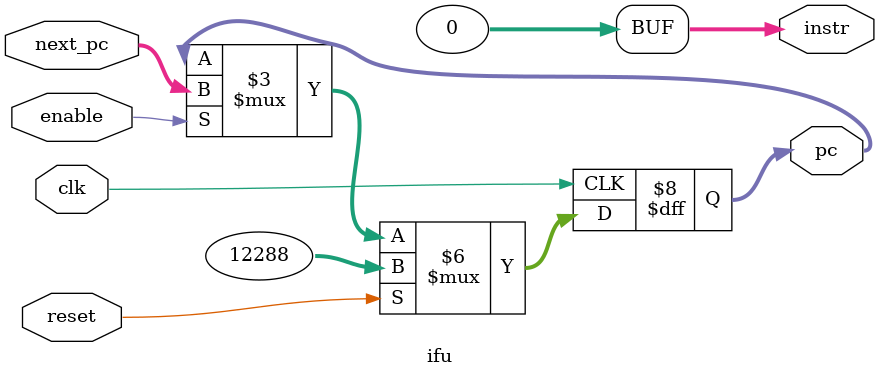
<source format=v>
`timescale 1ns / 1ps
module ifu(
    input clk,
    input reset,
    input enable,
    input [31:0] next_pc,
    output [31:0] instr,
    output reg [31:0] pc
    );

reg [31:0] ROM [0:4095];
integer i;

// initial begin
//     $readmemh("code.txt", ROM);
//     pc <= 32'h0000_3000;
//     // for (i = 0; i < 4096; i = i + 1) begin
//     //     $display("%h", ROM[i]);
//     // end
// end

always @(posedge clk) begin
    if (reset) begin
        pc <= 32'h0000_3000;
    end
    else if (enable) begin
        pc <= next_pc;
    end
    else begin
        pc <= pc;
    end
end

// assign instr = ROM[(pc - 32'h0000_3000) >> 2];
assign instr = 32'b0;

endmodule

</source>
